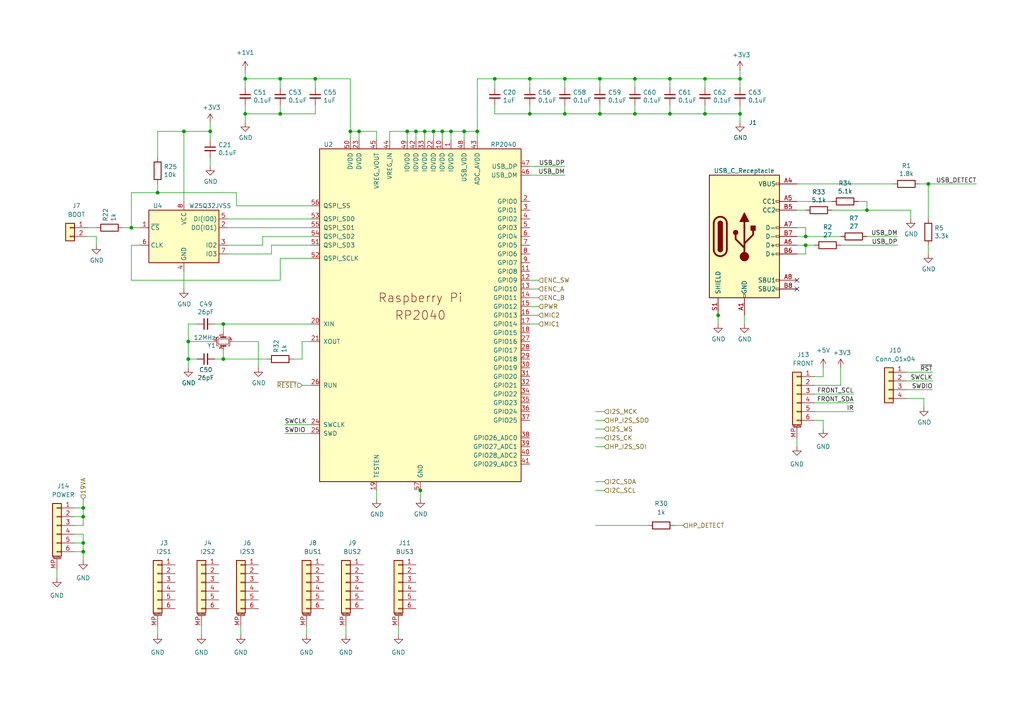
<source format=kicad_sch>
(kicad_sch (version 20210621) (generator eeschema)
  (paper "A4")
  (lib_symbols
    (symbol "Connector:USB_C_Receptacle_USB2.0" (pin_names (offset 1.016))
      (property "Reference" "J" (at -10.16 19.05 0))
      (property "Value" "USB_C_Receptacle_USB2.0" (at 19.05 19.05 0))
      (symbol "USB_C_Receptacle_USB2.0_0_0"
        (rectangle (start -0.254 -17.78) (end 0.254 -16.764))
        (rectangle (start 10.16 -14.986) (end 9.144 -15.494))
        (rectangle (start 10.16 -12.446) (end 9.144 -12.954))
        (rectangle (start 10.16 -4.826) (end 9.144 -5.334))
        (rectangle (start 10.16 -2.286) (end 9.144 -2.794))
        (rectangle (start 10.16 0.254) (end 9.144 -0.254))
        (rectangle (start 10.16 2.794) (end 9.144 2.286))
        (rectangle (start 10.16 7.874) (end 9.144 7.366))
        (rectangle (start 10.16 10.414) (end 9.144 9.906))
        (rectangle (start 10.16 15.494) (end 9.144 14.986))
      )
      (symbol "USB_C_Receptacle_USB2.0_0_1"
        (arc (start -8.89 -3.81) (end -5.08 -3.81) (radius (at -6.985 -3.81) (length 1.905) (angles -179.9 -0.1)) (stroke (width 0.508)))
        (arc (start -7.62 -3.81) (end -6.35 -3.81) (radius (at -6.985 -3.81) (length 0.635) (angles -179.9 -0.1)) (stroke (width 0.254)))
        (arc (start -6.35 3.81) (end -7.62 3.81) (radius (at -6.985 3.81) (length 0.635) (angles 0.1 179.9)) (stroke (width 0.254)))
        (arc (start -5.08 3.81) (end -8.89 3.81) (radius (at -6.985 3.81) (length 1.905) (angles 0.1 179.9)) (stroke (width 0.508)))
        (arc (start -7.62 -3.81) (end -6.35 -3.81) (radius (at -6.985 -3.81) (length 0.635) (angles -179.9 -0.1)) (stroke (width 0.254)) (fill (type outline)))
        (arc (start -6.35 3.81) (end -7.62 3.81) (radius (at -6.985 3.81) (length 0.635) (angles 0.1 179.9)) (stroke (width 0.254)) (fill (type outline)))
        (circle (center -2.54 1.143) (radius 0.635) (stroke (width 0.254)) (fill (type outline)))
        (circle (center 0 -5.842) (radius 1.27) (fill (type outline)))
        (rectangle (start -7.62 -3.81) (end -6.35 3.81) (stroke (width 0.254)) (fill (type outline)))
        (rectangle (start 1.905 1.778) (end 3.175 3.048) (stroke (width 0.254)) (fill (type outline)))
        (rectangle (start -10.16 17.78) (end 10.16 -17.78) (stroke (width 0.254)) (fill (type background)))
        (polyline (pts (xy -8.89 -3.81) (xy -8.89 3.81)) (stroke (width 0.508)))
        (polyline (pts (xy -5.08 3.81) (xy -5.08 -3.81)) (stroke (width 0.508)))
        (polyline (pts (xy 0 -5.842) (xy 0 4.318)) (stroke (width 0.508)))
        (polyline (pts (xy 0 -3.302) (xy -2.54 -0.762) (xy -2.54 0.508)) (stroke (width 0.508)))
        (polyline (pts (xy 0 -2.032) (xy 2.54 0.508) (xy 2.54 1.778)) (stroke (width 0.508)))
        (polyline (pts (xy -1.27 4.318) (xy 0 6.858) (xy 1.27 4.318) (xy -1.27 4.318)) (stroke (width 0.254)) (fill (type outline)))
      )
      (symbol "USB_C_Receptacle_USB2.0_1_1"
        (pin passive line (at 0 -22.86 90) (length 5.08) (name "GND") (number "A1"))
        (pin passive line (at 0 -22.86 90) (length 5.08) hide (name "GND") (number "A12"))
        (pin passive line (at 15.24 15.24 180) (length 5.08) (name "VBUS") (number "A4"))
        (pin bidirectional line (at 15.24 10.16 180) (length 5.08) (name "CC1") (number "A5"))
        (pin bidirectional line (at 15.24 -2.54 180) (length 5.08) (name "D+") (number "A6"))
        (pin bidirectional line (at 15.24 2.54 180) (length 5.08) (name "D-") (number "A7"))
        (pin bidirectional line (at 15.24 -12.7 180) (length 5.08) (name "SBU1") (number "A8"))
        (pin passive line (at 15.24 15.24 180) (length 5.08) hide (name "VBUS") (number "A9"))
        (pin passive line (at 0 -22.86 90) (length 5.08) hide (name "GND") (number "B1"))
        (pin passive line (at 0 -22.86 90) (length 5.08) hide (name "GND") (number "B12"))
        (pin passive line (at 15.24 15.24 180) (length 5.08) hide (name "VBUS") (number "B4"))
        (pin bidirectional line (at 15.24 7.62 180) (length 5.08) (name "CC2") (number "B5"))
        (pin bidirectional line (at 15.24 -5.08 180) (length 5.08) (name "D+") (number "B6"))
        (pin bidirectional line (at 15.24 0 180) (length 5.08) (name "D-") (number "B7"))
        (pin bidirectional line (at 15.24 -15.24 180) (length 5.08) (name "SBU2") (number "B8"))
        (pin passive line (at 15.24 15.24 180) (length 5.08) hide (name "VBUS") (number "B9"))
        (pin passive line (at -7.62 -22.86 90) (length 5.08) (name "SHIELD") (number "S1"))
      )
    )
    (symbol "Connector_Generic:Conn_01x02" (pin_names (offset 1.016) hide)
      (property "Reference" "J" (at 0 2.54 0))
      (property "Value" "Conn_01x02" (at 0 -5.08 0))
      (symbol "Conn_01x02_1_1"
        (rectangle (start -1.27 -2.413) (end 0 -2.667) (stroke (width 0.1524)))
        (rectangle (start -1.27 0.127) (end 0 -0.127) (stroke (width 0.1524)))
        (rectangle (start -1.27 1.27) (end 1.27 -3.81) (stroke (width 0.254)) (fill (type background)))
        (pin passive line (at -5.08 0 0) (length 3.81) (name "Pin_1") (number "1"))
        (pin passive line (at -5.08 -2.54 0) (length 3.81) (name "Pin_2") (number "2"))
      )
    )
    (symbol "Connector_Generic:Conn_01x04" (pin_names (offset 1.016) hide)
      (property "Reference" "J" (at 0 5.08 0))
      (property "Value" "Conn_01x04" (at 0 -7.62 0))
      (symbol "Conn_01x04_1_1"
        (rectangle (start -1.27 -4.953) (end 0 -5.207) (stroke (width 0.1524)))
        (rectangle (start -1.27 -2.413) (end 0 -2.667) (stroke (width 0.1524)))
        (rectangle (start -1.27 0.127) (end 0 -0.127) (stroke (width 0.1524)))
        (rectangle (start -1.27 2.667) (end 0 2.413) (stroke (width 0.1524)))
        (rectangle (start -1.27 3.81) (end 1.27 -6.35) (stroke (width 0.254)) (fill (type background)))
        (pin passive line (at -5.08 2.54 0) (length 3.81) (name "Pin_1") (number "1"))
        (pin passive line (at -5.08 0 0) (length 3.81) (name "Pin_2") (number "2"))
        (pin passive line (at -5.08 -2.54 0) (length 3.81) (name "Pin_3") (number "3"))
        (pin passive line (at -5.08 -5.08 0) (length 3.81) (name "Pin_4") (number "4"))
      )
    )
    (symbol "Connector_Generic_MountingPin:Conn_01x06_MountingPin" (pin_names (offset 1.016) hide)
      (property "Reference" "J" (at 0 7.62 0))
      (property "Value" "Conn_01x06_MountingPin" (at 1.27 -10.16 0))
      (symbol "Conn_01x06_MountingPin_1_1"
        (text "Mounting" (at 0 -9.271 0) (effects (font (size 0.381 0.381))))
        (rectangle (start -1.27 -7.493) (end 0 -7.747) (stroke (width 0.1524)))
        (rectangle (start -1.27 -4.953) (end 0 -5.207) (stroke (width 0.1524)))
        (rectangle (start -1.27 -2.413) (end 0 -2.667) (stroke (width 0.1524)))
        (rectangle (start -1.27 0.127) (end 0 -0.127) (stroke (width 0.1524)))
        (rectangle (start -1.27 2.667) (end 0 2.413) (stroke (width 0.1524)))
        (rectangle (start -1.27 5.207) (end 0 4.953) (stroke (width 0.1524)))
        (rectangle (start -1.27 6.35) (end 1.27 -8.89) (stroke (width 0.254)) (fill (type background)))
        (polyline (pts (xy -1.016 -9.652) (xy 1.016 -9.652)) (stroke (width 0.1524)))
        (pin passive line (at -5.08 5.08 0) (length 3.81) (name "Pin_1") (number "1"))
        (pin passive line (at -5.08 2.54 0) (length 3.81) (name "Pin_2") (number "2"))
        (pin passive line (at -5.08 0 0) (length 3.81) (name "Pin_3") (number "3"))
        (pin passive line (at -5.08 -2.54 0) (length 3.81) (name "Pin_4") (number "4"))
        (pin passive line (at -5.08 -5.08 0) (length 3.81) (name "Pin_5") (number "5"))
        (pin passive line (at -5.08 -7.62 0) (length 3.81) (name "Pin_6") (number "6"))
        (pin passive line (at 0 -12.7 90) (length 3.048) (name "MountPin") (number "MP"))
      )
    )
    (symbol "Device:C_Small" (pin_numbers hide) (pin_names (offset 0.254) hide)
      (property "Reference" "C" (at 0.254 1.778 0))
      (property "Value" "C_Small" (at 0.254 -2.032 0))
      (symbol "C_Small_0_1"
        (polyline (pts (xy -1.524 -0.508) (xy 1.524 -0.508)) (stroke (width 0.3302)))
        (polyline (pts (xy -1.524 0.508) (xy 1.524 0.508)) (stroke (width 0.3048)))
      )
      (symbol "C_Small_1_1"
        (pin passive line (at 0 2.54 270) (length 2.032) (name "~") (number "1"))
        (pin passive line (at 0 -2.54 90) (length 2.032) (name "~") (number "2"))
      )
    )
    (symbol "Device:Crystal_GND24_Small" (pin_names (offset 1.016) hide)
      (property "Reference" "Y" (at 1.27 4.445 0))
      (property "Value" "Crystal_GND24_Small" (at 1.27 2.54 0))
      (symbol "Crystal_GND24_Small_0_1"
        (rectangle (start -0.762 -1.524) (end 0.762 1.524))
        (polyline (pts (xy -1.27 -0.762) (xy -1.27 0.762)) (stroke (width 0.381)))
        (polyline (pts (xy 1.27 -0.762) (xy 1.27 0.762)) (stroke (width 0.381)))
        (polyline (pts (xy -1.27 -1.27) (xy -1.27 -1.905) (xy 1.27 -1.905) (xy 1.27 -1.27)))
        (polyline (pts (xy -1.27 1.27) (xy -1.27 1.905) (xy 1.27 1.905) (xy 1.27 1.27)))
      )
      (symbol "Crystal_GND24_Small_1_1"
        (pin passive line (at -2.54 0 0) (length 1.27) (name "1") (number "1"))
        (pin passive line (at 0 -2.54 90) (length 0.635) (name "2") (number "2"))
        (pin passive line (at 2.54 0 180) (length 1.27) (name "3") (number "3"))
        (pin passive line (at 0 2.54 270) (length 0.635) (name "4") (number "4"))
      )
    )
    (symbol "Device:R" (pin_numbers hide) (pin_names (offset 0))
      (property "Reference" "R" (at 2.032 0 90))
      (property "Value" "R" (at 0 0 90))
      (symbol "R_0_1"
        (rectangle (start -1.016 -2.54) (end 1.016 2.54) (stroke (width 0.254)))
      )
      (symbol "R_1_1"
        (pin passive line (at 0 3.81 270) (length 1.27) (name "~") (number "1"))
        (pin passive line (at 0 -3.81 90) (length 1.27) (name "~") (number "2"))
      )
    )
    (symbol "MCU_RaspberryPi_and_Boards:RP2040" (pin_names (offset 1.016))
      (property "Reference" "U" (at -29.21 49.53 0))
      (property "Value" "RP2040" (at 24.13 -49.53 0))
      (symbol "RP2040_0_0"
        (text "Raspberry Pi" (at 0 5.08 0) (effects (font (size 2.54 2.54))))
        (text "RP2040" (at 0 0 0) (effects (font (size 2.54 2.54))))
      )
      (symbol "RP2040_0_1"
        (rectangle (start 29.21 48.26) (end -29.21 -48.26) (stroke (width 0.254)) (fill (type background)))
      )
      (symbol "RP2040_1_1"
        (pin power_in line (at 8.89 50.8 270) (length 2.54) (name "IOVDD") (number "1"))
        (pin power_in line (at 6.35 50.8 270) (length 2.54) (name "IOVDD") (number "10"))
        (pin bidirectional line (at 31.75 12.7 180) (length 2.54) (name "GPIO8") (number "11"))
        (pin bidirectional line (at 31.75 10.16 180) (length 2.54) (name "GPIO9") (number "12"))
        (pin bidirectional line (at 31.75 7.62 180) (length 2.54) (name "GPIO10") (number "13"))
        (pin bidirectional line (at 31.75 5.08 180) (length 2.54) (name "GPIO11") (number "14"))
        (pin bidirectional line (at 31.75 2.54 180) (length 2.54) (name "GPIO12") (number "15"))
        (pin bidirectional line (at 31.75 0 180) (length 2.54) (name "GPIO13") (number "16"))
        (pin bidirectional line (at 31.75 -2.54 180) (length 2.54) (name "GPIO14") (number "17"))
        (pin bidirectional line (at 31.75 -5.08 180) (length 2.54) (name "GPIO15") (number "18"))
        (pin passive line (at -12.7 -50.8 90) (length 2.54) (name "TESTEN") (number "19"))
        (pin bidirectional line (at 31.75 33.02 180) (length 2.54) (name "GPIO0") (number "2"))
        (pin input line (at -31.75 -2.54 0) (length 2.54) (name "XIN") (number "20"))
        (pin passive line (at -31.75 -7.62 0) (length 2.54) (name "XOUT") (number "21"))
        (pin power_in line (at 3.81 50.8 270) (length 2.54) (name "IOVDD") (number "22"))
        (pin power_in line (at -17.78 50.8 270) (length 2.54) (name "DVDD") (number "23"))
        (pin output line (at -31.75 -31.75 0) (length 2.54) (name "SWCLK") (number "24"))
        (pin bidirectional line (at -31.75 -34.29 0) (length 2.54) (name "SWD") (number "25"))
        (pin input line (at -31.75 -20.32 0) (length 2.54) (name "RUN") (number "26"))
        (pin bidirectional line (at 31.75 -7.62 180) (length 2.54) (name "GPIO16") (number "27"))
        (pin bidirectional line (at 31.75 -10.16 180) (length 2.54) (name "GPIO17") (number "28"))
        (pin bidirectional line (at 31.75 -12.7 180) (length 2.54) (name "GPIO18") (number "29"))
        (pin bidirectional line (at 31.75 30.48 180) (length 2.54) (name "GPIO1") (number "3"))
        (pin bidirectional line (at 31.75 -15.24 180) (length 2.54) (name "GPIO19") (number "30"))
        (pin bidirectional line (at 31.75 -17.78 180) (length 2.54) (name "GPIO20") (number "31"))
        (pin bidirectional line (at 31.75 -20.32 180) (length 2.54) (name "GPIO21") (number "32"))
        (pin power_in line (at 1.27 50.8 270) (length 2.54) (name "IOVDD") (number "33"))
        (pin bidirectional line (at 31.75 -22.86 180) (length 2.54) (name "GPIO22") (number "34"))
        (pin bidirectional line (at 31.75 -25.4 180) (length 2.54) (name "GPIO23") (number "35"))
        (pin bidirectional line (at 31.75 -27.94 180) (length 2.54) (name "GPIO24") (number "36"))
        (pin bidirectional line (at 31.75 -30.48 180) (length 2.54) (name "GPIO25") (number "37"))
        (pin bidirectional line (at 31.75 -35.56 180) (length 2.54) (name "GPIO26_ADC0") (number "38"))
        (pin bidirectional line (at 31.75 -38.1 180) (length 2.54) (name "GPIO27_ADC1") (number "39"))
        (pin bidirectional line (at 31.75 27.94 180) (length 2.54) (name "GPIO2") (number "4"))
        (pin bidirectional line (at 31.75 -40.64 180) (length 2.54) (name "GPIO28_ADC2") (number "40"))
        (pin bidirectional line (at 31.75 -43.18 180) (length 2.54) (name "GPIO29_ADC3") (number "41"))
        (pin power_in line (at -1.27 50.8 270) (length 2.54) (name "IOVDD") (number "42"))
        (pin power_in line (at 16.51 50.8 270) (length 2.54) (name "ADC_AVDD") (number "43"))
        (pin power_in line (at -8.89 50.8 270) (length 2.54) (name "VREG_IN") (number "44"))
        (pin power_out line (at -12.7 50.8 270) (length 2.54) (name "VREG_VOUT") (number "45"))
        (pin bidirectional line (at 31.75 40.64 180) (length 2.54) (name "USB_DM") (number "46"))
        (pin bidirectional line (at 31.75 43.18 180) (length 2.54) (name "USB_DP") (number "47"))
        (pin power_in line (at 12.7 50.8 270) (length 2.54) (name "USB_VDD") (number "48"))
        (pin power_in line (at -3.81 50.8 270) (length 2.54) (name "IOVDD") (number "49"))
        (pin bidirectional line (at 31.75 25.4 180) (length 2.54) (name "GPIO3") (number "5"))
        (pin power_in line (at -20.32 50.8 270) (length 2.54) (name "DVDD") (number "50"))
        (pin bidirectional line (at -31.75 20.32 0) (length 2.54) (name "QSPI_SD3") (number "51"))
        (pin output line (at -31.75 16.51 0) (length 2.54) (name "QSPI_SCLK") (number "52"))
        (pin bidirectional line (at -31.75 27.94 0) (length 2.54) (name "QSPI_SD0") (number "53"))
        (pin bidirectional line (at -31.75 22.86 0) (length 2.54) (name "QSPI_SD2") (number "54"))
        (pin bidirectional line (at -31.75 25.4 0) (length 2.54) (name "QSPI_SD1") (number "55"))
        (pin bidirectional line (at -31.75 31.75 0) (length 2.54) (name "QSPI_SS") (number "56"))
        (pin power_in line (at 0 -50.8 90) (length 2.54) (name "GND") (number "57"))
        (pin bidirectional line (at 31.75 22.86 180) (length 2.54) (name "GPIO4") (number "6"))
        (pin bidirectional line (at 31.75 20.32 180) (length 2.54) (name "GPIO5") (number "7"))
        (pin bidirectional line (at 31.75 17.78 180) (length 2.54) (name "GPIO6") (number "8"))
        (pin bidirectional line (at 31.75 15.24 180) (length 2.54) (name "GPIO7") (number "9"))
      )
    )
    (symbol "Memory_Flash:W25Q32JVSS"
      (property "Reference" "U" (at -8.89 8.89 0))
      (property "Value" "W25Q32JVSS" (at 7.62 8.89 0))
      (symbol "W25Q32JVSS_0_1"
        (rectangle (start -10.16 7.62) (end 10.16 -7.62) (stroke (width 0.254)) (fill (type background)))
      )
      (symbol "W25Q32JVSS_1_1"
        (pin input line (at -12.7 2.54 0) (length 2.54) (name "~{CS}") (number "1"))
        (pin bidirectional line (at 12.7 2.54 180) (length 2.54) (name "DO(IO1)") (number "2"))
        (pin bidirectional line (at 12.7 -2.54 180) (length 2.54) (name "IO2") (number "3"))
        (pin power_in line (at 0 -10.16 90) (length 2.54) (name "GND") (number "4"))
        (pin bidirectional line (at 12.7 5.08 180) (length 2.54) (name "DI(IO0)") (number "5"))
        (pin input line (at -12.7 -2.54 0) (length 2.54) (name "CLK") (number "6"))
        (pin bidirectional line (at 12.7 -5.08 180) (length 2.54) (name "IO3") (number "7"))
        (pin power_in line (at 0 10.16 270) (length 2.54) (name "VCC") (number "8"))
      )
    )
    (symbol "power:+1V1" (power) (pin_names (offset 0))
      (property "Value" "+1V1" (at 0 3.556 0))
      (symbol "+1V1_0_1"
        (polyline (pts (xy -0.762 1.27) (xy 0 2.54)))
        (polyline (pts (xy 0 0) (xy 0 2.54)))
        (polyline (pts (xy 0 2.54) (xy 0.762 1.27)))
      )
      (symbol "+1V1_1_1"
        (pin power_in line (at 0 0 90) (length 0) hide (name "+1V1") (number "1"))
      )
    )
    (symbol "power:+3.3V" (power) (pin_names (offset 0))
      (property "Value" "+3.3V" (at 0 3.556 0))
      (symbol "+3.3V_0_1"
        (polyline (pts (xy -0.762 1.27) (xy 0 2.54)))
        (polyline (pts (xy 0 0) (xy 0 2.54)))
        (polyline (pts (xy 0 2.54) (xy 0.762 1.27)))
      )
      (symbol "+3.3V_1_1"
        (pin power_in line (at 0 0 90) (length 0) hide (name "+3V3") (number "1"))
      )
    )
    (symbol "power:+5V" (power) (pin_names (offset 0))
      (property "Value" "+5V" (at 0 3.556 0))
      (symbol "+5V_0_1"
        (polyline (pts (xy -0.762 1.27) (xy 0 2.54)))
        (polyline (pts (xy 0 0) (xy 0 2.54)))
        (polyline (pts (xy 0 2.54) (xy 0.762 1.27)))
      )
      (symbol "+5V_1_1"
        (pin power_in line (at 0 0 90) (length 0) hide (name "+5V") (number "1"))
      )
    )
    (symbol "power:GND" (power) (pin_names (offset 0))
      (property "Value" "GND" (at 0 -3.81 0))
      (symbol "GND_0_1"
        (polyline (pts (xy 0 0) (xy 0 -1.27) (xy 1.27 -1.27) (xy 0 -2.54) (xy -1.27 -1.27) (xy 0 -1.27)))
      )
      (symbol "GND_1_1"
        (pin power_in line (at 0 0 270) (length 0) hide (name "GND") (number "1"))
      )
    )
  )
  (junction (at 24.13 147.32))
  (junction (at 24.13 149.86))
  (junction (at 24.13 157.48))
  (junction (at 24.13 160.02))
  (junction (at 38.1 66.04))
  (junction (at 45.72 55.88))
  (junction (at 53.34 38.1))
  (junction (at 54.61 99.06))
  (junction (at 54.61 104.14))
  (junction (at 60.96 38.1))
  (junction (at 64.77 93.98) (diameter 0.9144))
  (junction (at 64.77 104.14))
  (junction (at 71.12 22.86))
  (junction (at 71.12 33.02))
  (junction (at 81.28 22.86) (diameter 0.9144))
  (junction (at 81.28 33.02) (diameter 0.9144))
  (junction (at 91.44 22.86))
  (junction (at 101.6 38.1))
  (junction (at 104.14 38.1))
  (junction (at 118.11 38.1))
  (junction (at 120.65 38.1))
  (junction (at 121.92 142.24))
  (junction (at 123.19 38.1))
  (junction (at 125.73 38.1))
  (junction (at 128.27 38.1))
  (junction (at 130.81 38.1))
  (junction (at 134.62 38.1))
  (junction (at 138.43 38.1))
  (junction (at 143.51 22.86))
  (junction (at 153.67 22.86) (diameter 0.9144))
  (junction (at 153.67 33.02))
  (junction (at 163.83 22.86) (diameter 0.9144))
  (junction (at 163.83 33.02) (diameter 0.9144))
  (junction (at 173.99 22.86) (diameter 0.9144))
  (junction (at 173.99 33.02) (diameter 0.9144))
  (junction (at 184.15 22.86) (diameter 0.9144))
  (junction (at 184.15 33.02) (diameter 0.9144))
  (junction (at 194.31 22.86) (diameter 0.9144))
  (junction (at 194.31 33.02) (diameter 0.9144))
  (junction (at 204.47 22.86) (diameter 0.9144))
  (junction (at 204.47 33.02) (diameter 0.9144))
  (junction (at 208.28 91.44))
  (junction (at 214.63 22.86))
  (junction (at 214.63 33.02) (diameter 0.9144))
  (junction (at 233.68 68.58))
  (junction (at 233.68 71.12))
  (junction (at 251.46 60.96))
  (junction (at 269.24 53.34))
  (no_connect (at 231.14 81.28))
  (no_connect (at 231.14 83.82))
  (wire (pts (xy 16.51 165.1) (xy 16.51 167.64)))
  (wire (pts (xy 21.59 147.32) (xy 24.13 147.32)))
  (wire (pts (xy 21.59 149.86) (xy 24.13 149.86)))
  (wire (pts (xy 21.59 152.4) (xy 24.13 152.4)))
  (wire (pts (xy 21.59 154.94) (xy 24.13 154.94)))
  (wire (pts (xy 21.59 157.48) (xy 24.13 157.48)))
  (wire (pts (xy 24.13 144.78) (xy 24.13 147.32)))
  (wire (pts (xy 24.13 147.32) (xy 24.13 149.86)))
  (wire (pts (xy 24.13 149.86) (xy 24.13 152.4)))
  (wire (pts (xy 24.13 154.94) (xy 24.13 157.48)))
  (wire (pts (xy 24.13 157.48) (xy 24.13 160.02)))
  (wire (pts (xy 24.13 160.02) (xy 21.59 160.02)))
  (wire (pts (xy 24.13 162.56) (xy 24.13 160.02)))
  (wire (pts (xy 25.4 66.04) (xy 27.94 66.04)))
  (wire (pts (xy 27.94 68.58) (xy 25.4 68.58)))
  (wire (pts (xy 27.94 71.12) (xy 27.94 68.58)))
  (wire (pts (xy 35.56 66.04) (xy 38.1 66.04)))
  (wire (pts (xy 38.1 55.88) (xy 38.1 66.04)))
  (wire (pts (xy 38.1 66.04) (xy 40.64 66.04)))
  (wire (pts (xy 38.1 71.12) (xy 40.64 71.12)))
  (wire (pts (xy 38.1 81.28) (xy 38.1 71.12)))
  (wire (pts (xy 45.72 38.1) (xy 53.34 38.1)))
  (wire (pts (xy 45.72 45.72) (xy 45.72 38.1)))
  (wire (pts (xy 45.72 53.34) (xy 45.72 55.88)))
  (wire (pts (xy 45.72 55.88) (xy 38.1 55.88)))
  (wire (pts (xy 45.72 181.61) (xy 45.72 184.15)))
  (wire (pts (xy 53.34 38.1) (xy 60.96 38.1)))
  (wire (pts (xy 53.34 58.42) (xy 53.34 38.1)))
  (wire (pts (xy 53.34 78.74) (xy 53.34 83.82)))
  (wire (pts (xy 54.61 93.98) (xy 54.61 99.06)))
  (wire (pts (xy 54.61 93.98) (xy 57.15 93.98)))
  (wire (pts (xy 54.61 99.06) (xy 54.61 104.14)))
  (wire (pts (xy 54.61 99.06) (xy 62.23 99.06)))
  (wire (pts (xy 54.61 104.14) (xy 54.61 106.68)))
  (wire (pts (xy 54.61 104.14) (xy 57.15 104.14)))
  (wire (pts (xy 58.42 181.61) (xy 58.42 184.15)))
  (wire (pts (xy 60.96 35.56) (xy 60.96 38.1)))
  (wire (pts (xy 60.96 38.1) (xy 60.96 40.64)))
  (wire (pts (xy 60.96 45.72) (xy 60.96 48.26)))
  (wire (pts (xy 62.23 93.98) (xy 64.77 93.98)))
  (wire (pts (xy 62.23 104.14) (xy 64.77 104.14)))
  (wire (pts (xy 64.77 93.98) (xy 64.77 96.52)))
  (wire (pts (xy 64.77 93.98) (xy 90.17 93.98)))
  (wire (pts (xy 64.77 101.6) (xy 64.77 104.14)))
  (wire (pts (xy 64.77 104.14) (xy 77.47 104.14)))
  (wire (pts (xy 66.04 63.5) (xy 90.17 63.5)))
  (wire (pts (xy 66.04 66.04) (xy 90.17 66.04)))
  (wire (pts (xy 66.04 73.66) (xy 78.74 73.66)))
  (wire (pts (xy 68.58 55.88) (xy 45.72 55.88)))
  (wire (pts (xy 68.58 59.69) (xy 68.58 55.88)))
  (wire (pts (xy 69.85 181.61) (xy 69.85 184.15)))
  (wire (pts (xy 71.12 20.32) (xy 71.12 22.86)))
  (wire (pts (xy 71.12 22.86) (xy 71.12 25.4)))
  (wire (pts (xy 71.12 22.86) (xy 81.28 22.86)))
  (wire (pts (xy 71.12 30.48) (xy 71.12 33.02)))
  (wire (pts (xy 71.12 33.02) (xy 71.12 35.56)))
  (wire (pts (xy 74.93 99.06) (xy 67.31 99.06)))
  (wire (pts (xy 74.93 106.68) (xy 74.93 99.06)))
  (wire (pts (xy 76.2 68.58) (xy 76.2 71.12)))
  (wire (pts (xy 76.2 71.12) (xy 66.04 71.12)))
  (wire (pts (xy 78.74 71.12) (xy 90.17 71.12)))
  (wire (pts (xy 78.74 73.66) (xy 78.74 71.12)))
  (wire (pts (xy 81.28 22.86) (xy 81.28 25.4)))
  (wire (pts (xy 81.28 22.86) (xy 91.44 22.86)))
  (wire (pts (xy 81.28 30.48) (xy 81.28 33.02)))
  (wire (pts (xy 81.28 33.02) (xy 71.12 33.02)))
  (wire (pts (xy 81.28 74.93) (xy 81.28 81.28)))
  (wire (pts (xy 81.28 81.28) (xy 38.1 81.28)))
  (wire (pts (xy 87.63 99.06) (xy 87.63 104.14)))
  (wire (pts (xy 87.63 104.14) (xy 85.09 104.14)))
  (wire (pts (xy 87.63 111.76) (xy 90.17 111.76)))
  (wire (pts (xy 88.9 181.61) (xy 88.9 184.15)))
  (wire (pts (xy 90.17 59.69) (xy 68.58 59.69)))
  (wire (pts (xy 90.17 68.58) (xy 76.2 68.58)))
  (wire (pts (xy 90.17 74.93) (xy 81.28 74.93)))
  (wire (pts (xy 90.17 99.06) (xy 87.63 99.06)))
  (wire (pts (xy 90.17 123.19) (xy 82.55 123.19)))
  (wire (pts (xy 90.17 125.73) (xy 82.55 125.73)))
  (wire (pts (xy 91.44 22.86) (xy 91.44 25.4)))
  (wire (pts (xy 91.44 30.48) (xy 91.44 33.02)))
  (wire (pts (xy 91.44 33.02) (xy 81.28 33.02)))
  (wire (pts (xy 100.33 181.61) (xy 100.33 184.15)))
  (wire (pts (xy 101.6 22.86) (xy 91.44 22.86)))
  (wire (pts (xy 101.6 38.1) (xy 101.6 22.86)))
  (wire (pts (xy 101.6 38.1) (xy 101.6 40.64)))
  (wire (pts (xy 104.14 38.1) (xy 101.6 38.1)))
  (wire (pts (xy 104.14 38.1) (xy 104.14 40.64)))
  (wire (pts (xy 109.22 38.1) (xy 104.14 38.1)))
  (wire (pts (xy 109.22 40.64) (xy 109.22 38.1)))
  (wire (pts (xy 109.22 144.78) (xy 109.22 142.24)))
  (wire (pts (xy 113.03 38.1) (xy 118.11 38.1)))
  (wire (pts (xy 113.03 40.64) (xy 113.03 38.1)))
  (wire (pts (xy 115.57 181.61) (xy 115.57 184.15)))
  (wire (pts (xy 118.11 38.1) (xy 118.11 40.64)))
  (wire (pts (xy 118.11 38.1) (xy 120.65 38.1)))
  (wire (pts (xy 120.65 38.1) (xy 120.65 40.64)))
  (wire (pts (xy 120.65 38.1) (xy 123.19 38.1)))
  (wire (pts (xy 121.92 142.24) (xy 121.92 142.1715)))
  (wire (pts (xy 121.92 144.7115) (xy 121.92 142.24)))
  (wire (pts (xy 123.19 38.1) (xy 123.19 40.64)))
  (wire (pts (xy 123.19 38.1) (xy 125.73 38.1)))
  (wire (pts (xy 125.73 38.1) (xy 125.73 40.64)))
  (wire (pts (xy 125.73 38.1) (xy 128.27 38.1)))
  (wire (pts (xy 128.27 38.1) (xy 128.27 40.64)))
  (wire (pts (xy 128.27 38.1) (xy 130.81 38.1)))
  (wire (pts (xy 130.81 38.1) (xy 130.81 40.64)))
  (wire (pts (xy 130.81 38.1) (xy 134.62 38.1)))
  (wire (pts (xy 134.62 38.1) (xy 134.62 40.64)))
  (wire (pts (xy 134.62 38.1) (xy 138.43 38.1)))
  (wire (pts (xy 138.43 22.86) (xy 143.51 22.86)))
  (wire (pts (xy 138.43 38.1) (xy 138.43 22.86)))
  (wire (pts (xy 138.43 40.64) (xy 138.43 38.1)))
  (wire (pts (xy 143.51 22.86) (xy 143.51 25.4)))
  (wire (pts (xy 143.51 22.86) (xy 153.67 22.86)))
  (wire (pts (xy 143.51 30.48) (xy 143.51 33.02)))
  (wire (pts (xy 143.51 33.02) (xy 153.67 33.02)))
  (wire (pts (xy 153.67 22.86) (xy 153.67 25.4)))
  (wire (pts (xy 153.67 22.86) (xy 163.83 22.86)))
  (wire (pts (xy 153.67 30.48) (xy 153.67 33.02)))
  (wire (pts (xy 153.67 48.26) (xy 163.83 48.26)))
  (wire (pts (xy 153.67 50.8) (xy 163.83 50.8)))
  (wire (pts (xy 153.67 81.28) (xy 156.21 81.28)))
  (wire (pts (xy 153.67 83.82) (xy 156.21 83.82)))
  (wire (pts (xy 153.67 86.36) (xy 156.21 86.36)))
  (wire (pts (xy 153.67 88.9) (xy 156.21 88.9)))
  (wire (pts (xy 153.67 91.44) (xy 156.21 91.44)))
  (wire (pts (xy 153.67 93.98) (xy 156.21 93.98)))
  (wire (pts (xy 163.83 22.86) (xy 163.83 25.4)))
  (wire (pts (xy 163.83 22.86) (xy 173.99 22.86)))
  (wire (pts (xy 163.83 30.48) (xy 163.83 33.02)))
  (wire (pts (xy 163.83 33.02) (xy 153.67 33.02)))
  (wire (pts (xy 172.72 121.92) (xy 175.26 121.92)))
  (wire (pts (xy 172.72 127) (xy 175.26 127)))
  (wire (pts (xy 172.72 139.7) (xy 175.26 139.7)))
  (wire (pts (xy 173.99 22.86) (xy 173.99 25.4)))
  (wire (pts (xy 173.99 22.86) (xy 184.15 22.86)))
  (wire (pts (xy 173.99 30.48) (xy 173.99 33.02)))
  (wire (pts (xy 173.99 33.02) (xy 163.83 33.02)))
  (wire (pts (xy 175.26 119.38) (xy 172.72 119.38)))
  (wire (pts (xy 175.26 124.46) (xy 172.72 124.46)))
  (wire (pts (xy 175.26 129.54) (xy 172.72 129.54)))
  (wire (pts (xy 175.26 142.24) (xy 172.72 142.24)))
  (wire (pts (xy 184.15 22.86) (xy 184.15 25.4)))
  (wire (pts (xy 184.15 22.86) (xy 194.31 22.86)))
  (wire (pts (xy 184.15 30.48) (xy 184.15 33.02)))
  (wire (pts (xy 184.15 33.02) (xy 173.99 33.02)))
  (wire (pts (xy 187.96 152.4) (xy 172.72 152.4)))
  (wire (pts (xy 194.31 22.86) (xy 194.31 25.4)))
  (wire (pts (xy 194.31 22.86) (xy 204.47 22.86)))
  (wire (pts (xy 194.31 30.48) (xy 194.31 33.02)))
  (wire (pts (xy 194.31 33.02) (xy 184.15 33.02)))
  (wire (pts (xy 198.12 152.4) (xy 195.58 152.4)))
  (wire (pts (xy 204.47 22.86) (xy 204.47 25.4)))
  (wire (pts (xy 204.47 22.86) (xy 214.63 22.86)))
  (wire (pts (xy 204.47 30.48) (xy 204.47 33.02)))
  (wire (pts (xy 204.47 33.02) (xy 194.31 33.02)))
  (wire (pts (xy 208.28 91.3993) (xy 208.28 91.44)))
  (wire (pts (xy 208.28 91.44) (xy 208.28 93.9393)))
  (wire (pts (xy 214.63 20.32) (xy 214.63 22.86)))
  (wire (pts (xy 214.63 22.86) (xy 214.63 25.4)))
  (wire (pts (xy 214.63 30.48) (xy 214.63 33.02)))
  (wire (pts (xy 214.63 33.02) (xy 204.47 33.02)))
  (wire (pts (xy 214.63 33.02) (xy 214.63 35.56)))
  (wire (pts (xy 215.9 91.44) (xy 215.9 93.98)))
  (wire (pts (xy 231.14 53.34) (xy 259.08 53.34)))
  (wire (pts (xy 231.14 58.42) (xy 241.3 58.42)))
  (wire (pts (xy 231.14 60.96) (xy 233.68 60.96)))
  (wire (pts (xy 231.14 66.04) (xy 233.68 66.04)))
  (wire (pts (xy 231.14 68.58) (xy 233.68 68.58)))
  (wire (pts (xy 231.14 71.12) (xy 233.68 71.12)))
  (wire (pts (xy 231.14 73.66) (xy 233.68 73.66)))
  (wire (pts (xy 231.14 127) (xy 231.14 129.54)))
  (wire (pts (xy 233.68 66.04) (xy 233.68 68.58)))
  (wire (pts (xy 233.68 71.12) (xy 236.22 71.12)))
  (wire (pts (xy 233.68 73.66) (xy 233.68 71.12)))
  (wire (pts (xy 236.22 109.22) (xy 238.76 109.22)))
  (wire (pts (xy 236.22 114.3) (xy 247.65 114.3)))
  (wire (pts (xy 236.22 116.84) (xy 247.65 116.84)))
  (wire (pts (xy 236.22 119.38) (xy 247.65 119.38)))
  (wire (pts (xy 236.22 121.92) (xy 238.76 121.92)))
  (wire (pts (xy 238.76 109.22) (xy 238.76 106.68)))
  (wire (pts (xy 238.76 121.92) (xy 238.76 124.46)))
  (wire (pts (xy 241.3 60.96) (xy 251.46 60.96)))
  (wire (pts (xy 243.84 68.58) (xy 233.68 68.58)))
  (wire (pts (xy 243.84 71.12) (xy 260.35 71.12)))
  (wire (pts (xy 243.84 106.68) (xy 243.84 111.76)))
  (wire (pts (xy 243.84 111.76) (xy 236.22 111.76)))
  (wire (pts (xy 248.92 58.42) (xy 251.46 58.42)))
  (wire (pts (xy 251.46 58.42) (xy 251.46 60.96)))
  (wire (pts (xy 251.46 60.96) (xy 264.16 60.96)))
  (wire (pts (xy 251.46 68.58) (xy 260.35 68.58)))
  (wire (pts (xy 262.89 110.49) (xy 270.51 110.49)))
  (wire (pts (xy 262.89 113.03) (xy 270.51 113.03)))
  (wire (pts (xy 264.16 63.5) (xy 264.16 60.96)))
  (wire (pts (xy 266.7 53.34) (xy 269.24 53.34)))
  (wire (pts (xy 267.97 115.57) (xy 262.89 115.57)))
  (wire (pts (xy 267.97 118.11) (xy 267.97 115.57)))
  (wire (pts (xy 269.24 53.34) (xy 283.21 53.34)))
  (wire (pts (xy 269.24 63.5) (xy 269.24 53.34)))
  (wire (pts (xy 269.24 71.12) (xy 269.24 73.66)))
  (wire (pts (xy 270.51 107.95) (xy 262.89 107.95)))
  (label "SWCLK" (at 82.55 123.19 0))
  (label "SWDIO" (at 82.55 125.73 0))
  (label "USB_DP" (at 163.83 48.26 180))
  (label "USB_DM" (at 163.83 50.8 180))
  (label "FRONT_SCL" (at 247.65 114.3 180))
  (label "FRONT_SDA" (at 247.65 116.84 180))
  (label "IR" (at 247.65 119.38 180))
  (label "USB_DM" (at 260.35 68.58 180))
  (label "USB_DP" (at 260.35 71.12 180))
  (label "~{RST}" (at 270.51 107.95 180))
  (label "SWCLK" (at 270.51 110.49 180))
  (label "SWDIO" (at 270.51 113.03 180))
  (label "USB_DETECT" (at 283.21 53.34 180))
  (hierarchical_label "19VA" (shape input) (at 24.13 144.78 90))
  (hierarchical_label "~{RESET}" (shape input) (at 87.63 111.76 180))
  (hierarchical_label "ENC_SW" (shape input) (at 156.21 81.28 0))
  (hierarchical_label "ENC_A" (shape input) (at 156.21 83.82 0))
  (hierarchical_label "ENC_B" (shape input) (at 156.21 86.36 0))
  (hierarchical_label "PWR" (shape input) (at 156.21 88.9 0))
  (hierarchical_label "MIC2" (shape input) (at 156.21 91.44 0))
  (hierarchical_label "MIC1" (shape input) (at 156.21 93.98 0))
  (hierarchical_label "I2S_MCK" (shape input) (at 175.26 119.38 0))
  (hierarchical_label "HP_I2S_SDO" (shape input) (at 175.26 121.92 0))
  (hierarchical_label "I2S_WS" (shape input) (at 175.26 124.46 0))
  (hierarchical_label "I2S_CK" (shape input) (at 175.26 127 0))
  (hierarchical_label "HP_I2S_SDI" (shape input) (at 175.26 129.54 0))
  (hierarchical_label "I2C_SDA" (shape input) (at 175.26 139.7 0))
  (hierarchical_label "I2C_SCL" (shape input) (at 175.26 142.24 0))
  (hierarchical_label "HP_DETECT" (shape input) (at 198.12 152.4 0))
  (symbol (lib_id "power:+3.3V") (at 60.96 35.56 0) (unit 1)
    (property "Reference" "#PWR0137" (effects hide))
    (property "Value" "+3.3V" (at 61.341 31.1658 0))
  )
  (symbol (lib_id "power:+1V1") (at 71.12 20.32 0) (unit 1)
    (property "Reference" "#PWR0135" (effects hide))
    (property "Value" "+1V1" (at 71.12 15.24 0))
  )
  (symbol (lib_id "power:+3.3V") (at 214.63 20.32 0) (unit 1)
    (property "Reference" "#PWR0134" (effects hide))
    (property "Value" "+3.3V" (at 215.011 15.9258 0))
  )
  (symbol (lib_id "power:+5V") (at 238.76 106.68 0) (unit 1)
    (property "Reference" "#PWR0123" (effects hide))
    (property "Value" "+5V" (at 238.76 101.6 0))
  )
  (symbol (lib_id "power:+3.3V") (at 243.84 106.68 0) (unit 1)
    (property "Reference" "#PWR0133" (effects hide))
    (property "Value" "+3.3V" (at 244.221 102.2858 0))
  )
  (symbol (lib_id "power:GND") (at 16.51 167.64 0) (unit 1)
    (property "Reference" "#PWR0175" (effects hide))
    (property "Value" "GND" (at 16.51 172.72 0))
  )
  (symbol (lib_id "power:GND") (at 24.13 162.56 0) (unit 1)
    (property "Reference" "#PWR0176" (effects hide))
    (property "Value" "GND" (at 24.13 167.64 0))
  )
  (symbol (lib_id "power:GND") (at 27.94 71.12 0) (unit 1)
    (property "Reference" "#PWR0151" (effects hide))
    (property "Value" "GND" (at 28.067 75.5142 0))
  )
  (symbol (lib_id "power:GND") (at 45.72 184.15 0) (unit 1)
    (property "Reference" "#PWR0160" (effects hide))
    (property "Value" "GND" (at 45.72 189.23 0))
  )
  (symbol (lib_id "power:GND") (at 53.34 83.82 0) (unit 1)
    (property "Reference" "#PWR0139" (effects hide))
    (property "Value" "GND" (at 53.467 88.2142 0))
  )
  (symbol (lib_id "power:GND") (at 54.61 106.68 0) (unit 1)
    (property "Reference" "#PWR0165" (effects hide))
    (property "Value" "GND" (at 54.737 111.0742 0))
  )
  (symbol (lib_id "power:GND") (at 58.42 184.15 0) (unit 1)
    (property "Reference" "#PWR0159" (effects hide))
    (property "Value" "GND" (at 58.42 189.23 0))
  )
  (symbol (lib_id "power:GND") (at 60.96 48.26 0) (unit 1)
    (property "Reference" "#PWR0138" (effects hide))
    (property "Value" "GND" (at 61.087 52.6542 0))
  )
  (symbol (lib_id "power:GND") (at 69.85 184.15 0) (unit 1)
    (property "Reference" "#PWR0167" (effects hide))
    (property "Value" "GND" (at 69.85 189.23 0))
  )
  (symbol (lib_id "power:GND") (at 71.12 35.56 0) (unit 1)
    (property "Reference" "#PWR0136" (effects hide))
    (property "Value" "GND" (at 71.247 39.9542 0))
  )
  (symbol (lib_id "power:GND") (at 74.93 106.68 0) (unit 1)
    (property "Reference" "#PWR0164" (effects hide))
    (property "Value" "GND" (at 75.057 111.0742 0))
  )
  (symbol (lib_id "power:GND") (at 88.9 184.15 0) (unit 1)
    (property "Reference" "#PWR0166" (effects hide))
    (property "Value" "GND" (at 88.9 189.23 0))
  )
  (symbol (lib_id "power:GND") (at 100.33 184.15 0) (unit 1)
    (property "Reference" "#PWR0163" (effects hide))
    (property "Value" "GND" (at 100.33 189.23 0))
  )
  (symbol (lib_id "power:GND") (at 109.22 144.78 0) (unit 1)
    (property "Reference" "#PWR0101" (effects hide))
    (property "Value" "GND" (at 109.347 149.1742 0))
  )
  (symbol (lib_id "power:GND") (at 115.57 184.15 0) (unit 1)
    (property "Reference" "#PWR0161" (effects hide))
    (property "Value" "GND" (at 115.57 189.23 0))
  )
  (symbol (lib_id "power:GND") (at 121.92 144.7115 0) (unit 1)
    (property "Reference" "#PWR0155" (effects hide))
    (property "Value" "GND" (at 122.047 149.1057 0))
  )
  (symbol (lib_id "power:GND") (at 208.28 93.9393 0) (unit 1)
    (property "Reference" "#PWR0169" (effects hide))
    (property "Value" "GND" (at 208.407 98.3335 0))
  )
  (symbol (lib_id "power:GND") (at 214.63 35.56 0) (unit 1)
    (property "Reference" "#PWR0168" (effects hide))
    (property "Value" "GND" (at 214.757 39.9542 0))
  )
  (symbol (lib_id "power:GND") (at 215.9 93.98 0) (unit 1)
    (property "Reference" "#PWR0171" (effects hide))
    (property "Value" "GND" (at 216.027 98.3742 0))
  )
  (symbol (lib_id "power:GND") (at 231.14 129.54 0) (unit 1)
    (property "Reference" "#PWR0156" (effects hide))
    (property "Value" "GND" (at 231.14 134.62 0))
  )
  (symbol (lib_id "power:GND") (at 238.76 124.46 0) (unit 1)
    (property "Reference" "#PWR0122" (effects hide))
    (property "Value" "GND" (at 238.76 129.54 0))
  )
  (symbol (lib_id "power:GND") (at 264.16 63.5 0) (unit 1)
    (property "Reference" "#PWR0174" (effects hide))
    (property "Value" "GND" (at 264.287 67.8942 0))
  )
  (symbol (lib_id "power:GND") (at 267.97 118.11 0) (unit 1)
    (property "Reference" "#PWR0173" (effects hide))
    (property "Value" "GND" (at 268.097 122.5042 0))
  )
  (symbol (lib_id "power:GND") (at 269.24 73.66 0) (unit 1)
    (property "Reference" "#PWR0104" (effects hide))
    (property "Value" "GND" (at 269.367 78.0542 0))
  )
  (symbol (lib_id "Device:C_Small") (at 59.69 93.98 90) (unit 1)
    (property "Reference" "C49" (at 59.69 88.2077 90))
    (property "Value" "26pF" (at 59.69 90.506 90))
    (property "Footprint" "Capacitor_SMD:C_0603_1608Metric" (effects hide))
    (property "Mouser" "581-06035A270J" (effects hide))
    (property "Part Name" "AVX 06035A270JAT2A" (effects hide))
  )
  (symbol (lib_id "Device:C_Small") (at 59.69 104.14 90) (unit 1)
    (property "Reference" "C50" (at 59.69 107.2577 90))
    (property "Value" "26pF" (at 59.69 109.556 90))
    (property "Footprint" "Capacitor_SMD:C_0603_1608Metric" (effects hide))
    (property "Mouser" "581-06035A270J" (effects hide))
    (property "Part Name" "AVX 06035A270JAT2A" (effects hide))
  )
  (symbol (lib_id "Device:C_Small") (at 60.96 43.18 0) (unit 1)
    (property "Reference" "C21" (at 63.2842 42.0306 0) (effects (justify left)))
    (property "Value" "0.1uF" (at 63.284 44.3296 0) (effects (justify left)))
    (property "Footprint" "Capacitor_SMD:C_0603_1608Metric" (effects hide))
    (property "Mouser" "581-06033C104KAT4A" (effects hide))
    (property "Part Name" "AVX 06033C104KAT4A" (effects hide))
  )
  (symbol (lib_id "Device:C_Small") (at 71.12 27.94 0) (unit 1)
    (property "Reference" "C51" (at 73.4442 26.7906 0) (effects (justify left)))
    (property "Value" "0.1uF" (at 73.444 29.0896 0) (effects (justify left)))
    (property "Footprint" "Capacitor_SMD:C_0603_1608Metric" (effects hide))
    (property "Mouser" "581-06033C104KAT4A" (effects hide))
    (property "Part Name" "AVX 06033C104KAT4A" (effects hide))
  )
  (symbol (lib_id "Device:C_Small") (at 81.28 27.94 0) (unit 1)
    (property "Reference" "C53" (at 83.6042 26.7906 0) (effects (justify left)))
    (property "Value" "0.1uF" (at 83.604 29.0896 0) (effects (justify left)))
    (property "Footprint" "Capacitor_SMD:C_0603_1608Metric" (effects hide))
    (property "Mouser" "581-06033C104KAT4A" (effects hide))
    (property "Part Name" "AVX 06033C104KAT4A" (effects hide))
  )
  (symbol (lib_id "Device:C_Small") (at 91.44 27.94 0) (unit 1)
    (property "Reference" "C55" (at 93.7642 26.7906 0) (effects (justify left)))
    (property "Value" "1uF" (at 93.764 29.0896 0) (effects (justify left)))
    (property "Footprint" "Capacitor_SMD:C_0603_1608Metric" (effects hide))
    (property "Mouser" "581-06033C104KAT4A" (effects hide))
    (property "Part Name" "AVX 06033C104KAT4A" (effects hide))
  )
  (symbol (lib_id "Device:C_Small") (at 143.51 27.94 0) (unit 1)
    (property "Reference" "C20" (at 145.8342 26.7906 0) (effects (justify left)))
    (property "Value" "1uF" (at 145.834 29.0896 0) (effects (justify left)))
    (property "Footprint" "Capacitor_SMD:C_0603_1608Metric" (effects hide))
    (property "Mouser" "581-06033C104KAT4A" (effects hide))
    (property "Part Name" "AVX 06033C104KAT4A" (effects hide))
  )
  (symbol (lib_id "Device:C_Small") (at 153.67 27.94 0) (unit 1)
    (property "Reference" "C56" (at 155.9942 26.7906 0) (effects (justify left)))
    (property "Value" "0.1uF" (at 155.994 29.0896 0) (effects (justify left)))
    (property "Footprint" "Capacitor_SMD:C_0603_1608Metric" (effects hide))
    (property "Mouser" "581-06033C104KAT4A" (effects hide))
    (property "Part Name" "AVX 06033C104KAT4A" (effects hide))
  )
  (symbol (lib_id "Device:C_Small") (at 163.83 27.94 0) (unit 1)
    (property "Reference" "C58" (at 166.1542 26.7906 0) (effects (justify left)))
    (property "Value" "0.1uF" (at 166.154 29.0896 0) (effects (justify left)))
    (property "Footprint" "Capacitor_SMD:C_0603_1608Metric" (effects hide))
    (property "Mouser" "581-06033C104KAT4A" (effects hide))
    (property "Part Name" "AVX 06033C104KAT4A" (effects hide))
  )
  (symbol (lib_id "Device:C_Small") (at 173.99 27.94 0) (unit 1)
    (property "Reference" "C59" (at 176.3142 26.7906 0) (effects (justify left)))
    (property "Value" "0.1uF" (at 176.314 29.0896 0) (effects (justify left)))
    (property "Footprint" "Capacitor_SMD:C_0603_1608Metric" (effects hide))
    (property "Mouser" "581-06033C104KAT4A" (effects hide))
    (property "Part Name" "AVX 06033C104KAT4A" (effects hide))
  )
  (symbol (lib_id "Device:C_Small") (at 184.15 27.94 0) (unit 1)
    (property "Reference" "C60" (at 186.4742 26.7906 0) (effects (justify left)))
    (property "Value" "0.1uF" (at 186.474 29.0896 0) (effects (justify left)))
    (property "Footprint" "Capacitor_SMD:C_0603_1608Metric" (effects hide))
    (property "Mouser" "581-06033C104KAT4A" (effects hide))
    (property "Part Name" "AVX 06033C104KAT4A" (effects hide))
  )
  (symbol (lib_id "Device:C_Small") (at 194.31 27.94 0) (unit 1)
    (property "Reference" "C61" (at 196.6342 26.7906 0) (effects (justify left)))
    (property "Value" "0.1uF" (at 196.634 29.0896 0) (effects (justify left)))
    (property "Footprint" "Capacitor_SMD:C_0603_1608Metric" (effects hide))
    (property "Mouser" "581-06033C104KAT4A" (effects hide))
    (property "Part Name" "AVX 06033C104KAT4A" (effects hide))
  )
  (symbol (lib_id "Device:C_Small") (at 204.47 27.94 0) (unit 1)
    (property "Reference" "C62" (at 206.7942 26.7906 0) (effects (justify left)))
    (property "Value" "0.1uF" (at 206.794 29.0896 0) (effects (justify left)))
    (property "Footprint" "Capacitor_SMD:C_0603_1608Metric" (effects hide))
    (property "Mouser" "581-06033C104KAT4A" (effects hide))
    (property "Part Name" "AVX 06033C104KAT4A" (effects hide))
  )
  (symbol (lib_id "Device:C_Small") (at 214.63 27.94 0) (unit 1)
    (property "Reference" "C63" (at 216.9542 26.7906 0) (effects (justify left)))
    (property "Value" "0.1uF" (at 216.954 29.0896 0) (effects (justify left)))
    (property "Footprint" "Capacitor_SMD:C_0603_1608Metric" (effects hide))
    (property "Mouser" "581-06033C104KAT4A" (effects hide))
    (property "Part Name" "AVX 06033C104KAT4A" (effects hide))
  )
  (symbol (lib_id "Device:R") (at 31.75 66.04 90) (unit 1)
    (property "Reference" "R22" (at 30.6006 64.2619 0) (effects (justify left)))
    (property "Value" "1k" (at 32.899 64.262 0) (effects (justify left)))
    (property "Footprint" "Resistor_SMD:R_0603_1608Metric" (effects hide))
    (property "Mouser" "652-CR0603FX-1002ELF" (effects hide))
    (property "Part Name" "Bourns CR0603-FX-1002ELF" (effects hide))
  )
  (symbol (lib_id "Device:R") (at 45.72 49.53 0) (unit 1)
    (property "Reference" "R25" (at 47.4981 48.3806 0) (effects (justify left)))
    (property "Value" "10k" (at 47.498 50.679 0) (effects (justify left)))
    (property "Footprint" "Resistor_SMD:R_0603_1608Metric" (effects hide))
    (property "Mouser" "652-CR0603FX-1002ELF" (effects hide))
    (property "Part Name" "Bourns CR0603-FX-1002ELF" (effects hide))
  )
  (symbol (lib_id "Device:R") (at 81.28 104.14 90) (unit 1)
    (property "Reference" "R32" (at 80.1306 102.3619 0) (effects (justify left)))
    (property "Value" "1k" (at 82.429 102.362 0) (effects (justify left)))
    (property "Footprint" "Resistor_SMD:R_0603_1608Metric" (effects hide))
    (property "Mouser" "652-CR0603FX-1002ELF" (effects hide))
    (property "Part Name" "Bourns CR0603-FX-1002ELF" (effects hide))
  )
  (symbol (lib_id "Device:R") (at 191.77 152.4 270) (mirror x) (unit 1)
    (property "Reference" "R30" (at 191.77 146.05 90))
    (property "Value" "1k" (at 191.77 148.59 90))
    (property "Footprint" "Resistor_SMD:R_0603_1608Metric" (effects hide))
    (property "Mouser" "652-CR0603FX-1001ELF" (effects hide))
    (property "Part Name" "Bourns CR0603-FX-1001ELF" (effects hide))
  )
  (symbol (lib_id "Device:R") (at 237.49 60.96 270) (unit 1)
    (property "Reference" "R33" (at 237.49 55.7022 90))
    (property "Value" "5.1k" (at 237.49 58.0136 90))
    (property "Footprint" "Resistor_SMD:R_0603_1608Metric" (effects hide))
  )
  (symbol (lib_id "Device:R") (at 240.03 71.12 270) (unit 1)
    (property "Reference" "R2" (at 240.03 65.8622 90))
    (property "Value" "27" (at 240.03 68.1736 90))
    (property "Footprint" "Resistor_SMD:R_0603_1608Metric" (effects hide))
  )
  (symbol (lib_id "Device:R") (at 245.11 58.42 270) (unit 1)
    (property "Reference" "R34" (at 245.11 53.1622 90))
    (property "Value" "5.1k" (at 245.11 55.4736 90))
    (property "Footprint" "Resistor_SMD:R_0603_1608Metric" (effects hide))
  )
  (symbol (lib_id "Device:R") (at 247.65 68.58 270) (unit 1)
    (property "Reference" "R7" (at 247.65 63.3222 90))
    (property "Value" "27" (at 247.65 65.6336 90))
    (property "Footprint" "Resistor_SMD:R_0603_1608Metric" (effects hide))
  )
  (symbol (lib_id "Device:R") (at 262.89 53.34 270) (unit 1)
    (property "Reference" "R1" (at 262.89 48.0822 90))
    (property "Value" "1.8k" (at 262.89 50.3936 90))
    (property "Footprint" "Resistor_SMD:R_0603_1608Metric" (effects hide))
  )
  (symbol (lib_id "Device:R") (at 269.24 67.31 0) (unit 1)
    (property "Reference" "R5" (at 271.018 66.1416 0) (effects (justify left)))
    (property "Value" "3.3k" (at 271.018 68.453 0) (effects (justify left)))
    (property "Footprint" "Resistor_SMD:R_0603_1608Metric" (effects hide))
  )
  (symbol (lib_id "Device:Crystal_GND24_Small") (at 64.77 99.06 270) (unit 1)
    (property "Reference" "Y1" (at 62.6109 100.2094 90) (effects (justify right)))
    (property "Value" "12MHz" (at 62.611 97.911 90) (effects (justify right)))
    (property "Footprint" "Crystal:Crystal_SMD_EuroQuartz_MT-4Pin_3.2x2.5mm" (effects hide))
    (property "Mouser" "774-ATS080BSM-1" (effects hide))
    (property "Part Name" "CTS ATS080BSM-1" (effects hide))
  )
  (symbol (lib_id "Connector_Generic:Conn_01x02") (at 20.32 66.04 0) (mirror y) (unit 1)
    (property "Reference" "J7" (at 22.1615 59.69 0))
    (property "Value" "BOOT" (at 22.1615 62.23 0))
    (property "Footprint" "Connector_PinHeader_2.54mm:PinHeader_1x02_P2.54mm_Vertical" (effects hide))
  )
  (symbol (lib_id "Connector_Generic:Conn_01x04") (at 257.81 110.49 0) (mirror y) (unit 1)
    (property "Reference" "J10" (at 259.6515 101.6 0))
    (property "Value" "Conn_01x04" (at 259.6515 104.14 0))
    (property "Footprint" "Connector_PinHeader_2.54mm:PinHeader_1x04_P2.54mm_Vertical" (effects hide))
  )
  (symbol (lib_id "Connector_Generic_MountingPin:Conn_01x06_MountingPin") (at 16.51 152.4 0) (mirror y) (unit 1)
    (property "Reference" "J14" (at 18.3515 140.97 0))
    (property "Value" "POWER" (at 18.3515 143.51 0))
    (property "Footprint" "Connector_JST:JST_SH_SM06B-SRSS-TB_1x06-1MP_P1.00mm_Horizontal" (effects hide))
  )
  (symbol (lib_id "Connector_Generic_MountingPin:Conn_01x06_MountingPin") (at 45.72 168.91 0) (mirror y) (unit 1)
    (property "Reference" "J3" (at 47.5615 157.48 0))
    (property "Value" "I2S1" (at 47.5615 160.02 0))
    (property "Footprint" "Connector_JST:JST_SH_SM06B-SRSS-TB_1x06-1MP_P1.00mm_Horizontal" (effects hide))
  )
  (symbol (lib_id "Connector_Generic_MountingPin:Conn_01x06_MountingPin") (at 58.42 168.91 0) (mirror y) (unit 1)
    (property "Reference" "J4" (at 60.2615 157.48 0))
    (property "Value" "I2S2" (at 60.2615 160.02 0))
    (property "Footprint" "Connector_JST:JST_SH_SM06B-SRSS-TB_1x06-1MP_P1.00mm_Horizontal" (effects hide))
  )
  (symbol (lib_id "Connector_Generic_MountingPin:Conn_01x06_MountingPin") (at 69.85 168.91 0) (mirror y) (unit 1)
    (property "Reference" "J6" (at 71.6915 157.48 0))
    (property "Value" "I2S3" (at 71.6915 160.02 0))
    (property "Footprint" "Connector_JST:JST_SH_SM06B-SRSS-TB_1x06-1MP_P1.00mm_Horizontal" (effects hide))
  )
  (symbol (lib_id "Connector_Generic_MountingPin:Conn_01x06_MountingPin") (at 88.9 168.91 0) (mirror y) (unit 1)
    (property "Reference" "J8" (at 90.7415 157.48 0))
    (property "Value" "BUS1" (at 90.7415 160.02 0))
    (property "Footprint" "Connector_JST:JST_SH_SM06B-SRSS-TB_1x06-1MP_P1.00mm_Horizontal" (effects hide))
  )
  (symbol (lib_id "Connector_Generic_MountingPin:Conn_01x06_MountingPin") (at 100.33 168.91 0) (mirror y) (unit 1)
    (property "Reference" "J9" (at 102.1715 157.48 0))
    (property "Value" "BUS2" (at 102.1715 160.02 0))
    (property "Footprint" "Connector_JST:JST_SH_SM06B-SRSS-TB_1x06-1MP_P1.00mm_Horizontal" (effects hide))
  )
  (symbol (lib_id "Connector_Generic_MountingPin:Conn_01x06_MountingPin") (at 115.57 168.91 0) (mirror y) (unit 1)
    (property "Reference" "J11" (at 117.4115 157.48 0))
    (property "Value" "BUS3" (at 117.4115 160.02 0))
    (property "Footprint" "Connector_JST:JST_SH_SM06B-SRSS-TB_1x06-1MP_P1.00mm_Horizontal" (effects hide))
  )
  (symbol (lib_id "Connector_Generic_MountingPin:Conn_01x06_MountingPin") (at 231.14 114.3 0) (mirror y) (unit 1)
    (property "Reference" "J13" (at 232.9815 102.87 0))
    (property "Value" "FRONT" (at 232.9815 105.41 0))
    (property "Footprint" "Connector_JST:JST_SH_SM06B-SRSS-TB_1x06-1MP_P1.00mm_Horizontal" (effects hide))
  )
  (symbol (lib_id "Memory_Flash:W25Q32JVSS") (at 53.34 68.58 0) (unit 1)
    (property "Reference" "U4" (at 45.72 59.69 0))
    (property "Value" "W25Q32JVSS" (at 60.96 59.69 0))
    (property "Footprint" "Package_SO:SOIC-8_5.23x5.23mm_P1.27mm" (effects hide))
    (property "Datasheet" "http://www.winbond.com/resource-files/w25q32jv%20revg%2003272018%20plus.pdf" (effects hide))
  )
  (symbol (lib_id "Connector:USB_C_Receptacle_USB2.0") (at 215.9 68.58 0) (unit 1)
    (property "Reference" "J1" (at 218.3765 35.56 0))
    (property "Value" "USB_C_Receptacle" (at 215.8365 49.53 0))
    (property "Footprint" "Connector_USB:USB_C_Receptacle_HRO_TYPE-C-31-M-12" (effects hide))
    (property "Datasheet" "https://www.usb.org/sites/default/files/documents/usb_type-c.zip" (effects hide))
  )
  (symbol (lib_id "MCU_RaspberryPi_and_Boards:RP2040") (at 121.92 91.44 0) (unit 1)
    (property "Reference" "U2" (at 95.25 41.91 0))
    (property "Value" "RP2040" (at 146.05 41.91 0))
    (property "Footprint" "MCU_RaspberryPi_and_Boards:RP2040-QFN-56" (effects hide))
  )
)
</source>
